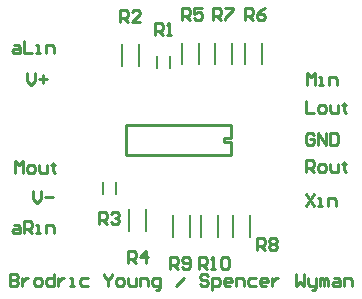
<source format=gto>
G04*
G04 #@! TF.GenerationSoftware,Altium Limited,Altium Designer,24.9.1 (31)*
G04*
G04 Layer_Color=65535*
%FSLAX44Y44*%
%MOMM*%
G71*
G04*
G04 #@! TF.SameCoordinates,199308C6-6F5E-48ED-9931-2BF6940419F3*
G04*
G04*
G04 #@! TF.FilePolarity,Positive*
G04*
G01*
G75*
%ADD10C,0.2540*%
%ADD11C,0.1524*%
D10*
X127000Y142240D02*
X215900D01*
X127000Y116840D02*
Y142240D01*
Y116840D02*
X215900D01*
Y127952D01*
X210345D02*
X215900D01*
X210345D02*
Y131128D01*
X215900D01*
Y142240D01*
X29210Y16082D02*
Y5926D01*
X34288D01*
X35981Y7618D01*
Y9311D01*
X34288Y11004D01*
X29210D01*
X34288D01*
X35981Y12697D01*
Y14389D01*
X34288Y16082D01*
X29210D01*
X39367Y12697D02*
Y5926D01*
Y9311D01*
X41059Y11004D01*
X42752Y12697D01*
X44445D01*
X51216Y5926D02*
X54602D01*
X56295Y7618D01*
Y11004D01*
X54602Y12697D01*
X51216D01*
X49523Y11004D01*
Y7618D01*
X51216Y5926D01*
X66451Y16082D02*
Y5926D01*
X61373D01*
X59680Y7618D01*
Y11004D01*
X61373Y12697D01*
X66451D01*
X69837D02*
Y5926D01*
Y9311D01*
X71530Y11004D01*
X73222Y12697D01*
X74915D01*
X79994Y5926D02*
X83379D01*
X81686D01*
Y12697D01*
X79994D01*
X95229D02*
X90150D01*
X88458Y11004D01*
Y7618D01*
X90150Y5926D01*
X95229D01*
X108771Y16082D02*
Y14389D01*
X112157Y11004D01*
X115542Y14389D01*
Y16082D01*
X112157Y11004D02*
Y5926D01*
X120620D02*
X124006D01*
X125699Y7618D01*
Y11004D01*
X124006Y12697D01*
X120620D01*
X118928Y11004D01*
Y7618D01*
X120620Y5926D01*
X129085Y12697D02*
Y7618D01*
X130777Y5926D01*
X135856D01*
Y12697D01*
X139241Y5926D02*
Y12697D01*
X144319D01*
X146012Y11004D01*
Y5926D01*
X152783Y2540D02*
X154476D01*
X156169Y4233D01*
Y12697D01*
X151091D01*
X149398Y11004D01*
Y7618D01*
X151091Y5926D01*
X156169D01*
X169711D02*
X176483Y12697D01*
X196796Y14389D02*
X195103Y16082D01*
X191718D01*
X190025Y14389D01*
Y12697D01*
X191718Y11004D01*
X195103D01*
X196796Y9311D01*
Y7618D01*
X195103Y5926D01*
X191718D01*
X190025Y7618D01*
X200182Y2540D02*
Y12697D01*
X205260D01*
X206953Y11004D01*
Y7618D01*
X205260Y5926D01*
X200182D01*
X215417D02*
X212031D01*
X210338Y7618D01*
Y11004D01*
X212031Y12697D01*
X215417D01*
X217109Y11004D01*
Y9311D01*
X210338D01*
X220495Y5926D02*
Y12697D01*
X225573D01*
X227266Y11004D01*
Y5926D01*
X237423Y12697D02*
X232344D01*
X230652Y11004D01*
Y7618D01*
X232344Y5926D01*
X237423D01*
X245887D02*
X242501D01*
X240808Y7618D01*
Y11004D01*
X242501Y12697D01*
X245887D01*
X247579Y11004D01*
Y9311D01*
X240808D01*
X250965Y12697D02*
Y5926D01*
Y9311D01*
X252658Y11004D01*
X254351Y12697D01*
X256043D01*
X271279Y16082D02*
Y5926D01*
X274664Y9311D01*
X278050Y5926D01*
Y16082D01*
X281435Y12697D02*
Y7618D01*
X283128Y5926D01*
X288206D01*
Y4233D01*
X286514Y2540D01*
X284821D01*
X288206Y5926D02*
Y12697D01*
X291592Y5926D02*
Y12697D01*
X293285D01*
X294978Y11004D01*
Y5926D01*
Y11004D01*
X296670Y12697D01*
X298363Y11004D01*
Y5926D01*
X303442Y12697D02*
X306827D01*
X308520Y11004D01*
Y5926D01*
X303442D01*
X301749Y7618D01*
X303442Y9311D01*
X308520D01*
X311905Y5926D02*
Y12697D01*
X316984D01*
X318677Y11004D01*
Y5926D01*
X32173Y209971D02*
X35558D01*
X37251Y208278D01*
Y203200D01*
X32173D01*
X30480Y204893D01*
X32173Y206586D01*
X37251D01*
X40637Y213357D02*
Y203200D01*
X47408D01*
X50793D02*
X54179D01*
X52486D01*
Y209971D01*
X50793D01*
X59257Y203200D02*
Y209971D01*
X64336D01*
X66028Y208278D01*
Y203200D01*
X43180Y186687D02*
Y179916D01*
X46566Y176530D01*
X49951Y179916D01*
Y186687D01*
X53337Y181608D02*
X60108D01*
X56722Y184994D02*
Y178223D01*
X48260Y86357D02*
Y79586D01*
X51646Y76200D01*
X55031Y79586D01*
Y86357D01*
X58417Y81278D02*
X65188D01*
X33020Y101600D02*
Y111757D01*
X36406Y108371D01*
X39791Y111757D01*
Y101600D01*
X44869D02*
X48255D01*
X49948Y103293D01*
Y106678D01*
X48255Y108371D01*
X44869D01*
X43177Y106678D01*
Y103293D01*
X44869Y101600D01*
X53333Y108371D02*
Y103293D01*
X55026Y101600D01*
X60105D01*
Y108371D01*
X65183Y110064D02*
Y108371D01*
X63490D01*
X66876D01*
X65183D01*
Y103293D01*
X66876Y101600D01*
X32173Y57571D02*
X35558D01*
X37251Y55878D01*
Y50800D01*
X32173D01*
X30480Y52493D01*
X32173Y54186D01*
X37251D01*
X40637Y50800D02*
Y60957D01*
X45715D01*
X47408Y59264D01*
Y55878D01*
X45715Y54186D01*
X40637D01*
X44022D02*
X47408Y50800D01*
X50793D02*
X54179D01*
X52486D01*
Y57571D01*
X50793D01*
X59257Y50800D02*
Y57571D01*
X64336D01*
X66028Y55878D01*
Y50800D01*
X280416Y176259D02*
Y186416D01*
X283802Y183031D01*
X287187Y186416D01*
Y176259D01*
X290573D02*
X293958D01*
X292265D01*
Y183031D01*
X290573D01*
X299037Y176259D02*
Y183031D01*
X304115D01*
X305808Y181338D01*
Y176259D01*
X279654Y162540D02*
Y152383D01*
X286425D01*
X291504D02*
X294889D01*
X296582Y154076D01*
Y157462D01*
X294889Y159155D01*
X291504D01*
X289811Y157462D01*
Y154076D01*
X291504Y152383D01*
X299967Y159155D02*
Y154076D01*
X301660Y152383D01*
X306739D01*
Y159155D01*
X311817Y160847D02*
Y159155D01*
X310124D01*
X313510D01*
X311817D01*
Y154076D01*
X313510Y152383D01*
X286425Y134177D02*
X284732Y135870D01*
X281347D01*
X279654Y134177D01*
Y127406D01*
X281347Y125714D01*
X284732D01*
X286425Y127406D01*
Y130792D01*
X283040D01*
X289811Y125714D02*
Y135870D01*
X296582Y125714D01*
Y135870D01*
X299967D02*
Y125714D01*
X305046D01*
X306739Y127406D01*
Y134177D01*
X305046Y135870D01*
X299967D01*
X279654Y102853D02*
Y113010D01*
X284732D01*
X286425Y111317D01*
Y107932D01*
X284732Y106239D01*
X279654D01*
X283040D02*
X286425Y102853D01*
X291504D02*
X294889D01*
X296582Y104546D01*
Y107932D01*
X294889Y109625D01*
X291504D01*
X289811Y107932D01*
Y104546D01*
X291504Y102853D01*
X299967Y109625D02*
Y104546D01*
X301660Y102853D01*
X306739D01*
Y109625D01*
X311817Y111317D02*
Y109625D01*
X310124D01*
X313510D01*
X311817D01*
Y104546D01*
X313510Y102853D01*
X279908Y83800D02*
X286679Y73643D01*
Y83800D02*
X279908Y73643D01*
X290065D02*
X293450D01*
X291758D01*
Y80415D01*
X290065D01*
X298529Y73643D02*
Y80415D01*
X303607D01*
X305300Y78722D01*
Y73643D01*
X227756Y231142D02*
Y241298D01*
X232834D01*
X234527Y239606D01*
Y236220D01*
X232834Y234527D01*
X227756D01*
X231142D02*
X234527Y231142D01*
X244684Y241298D02*
X241298Y239606D01*
X237913Y236220D01*
Y232834D01*
X239606Y231142D01*
X242991D01*
X244684Y232834D01*
Y234527D01*
X242991Y236220D01*
X237913D01*
X189234Y20322D02*
Y30478D01*
X194312D01*
X196005Y28786D01*
Y25400D01*
X194312Y23707D01*
X189234D01*
X192620D02*
X196005Y20322D01*
X199391D02*
X202776D01*
X201084D01*
Y30478D01*
X199391Y28786D01*
X207855D02*
X209548Y30478D01*
X212933D01*
X214626Y28786D01*
Y22014D01*
X212933Y20322D01*
X209548D01*
X207855Y22014D01*
Y28786D01*
X201086Y231142D02*
Y241298D01*
X206164D01*
X207857Y239606D01*
Y236220D01*
X206164Y234527D01*
X201086D01*
X204472D02*
X207857Y231142D01*
X211243Y241298D02*
X218014D01*
Y239606D01*
X211243Y232834D01*
Y231142D01*
X174416D02*
Y241298D01*
X179494D01*
X181187Y239606D01*
Y236220D01*
X179494Y234527D01*
X174416D01*
X177802D02*
X181187Y231142D01*
X191344Y241298D02*
X184573D01*
Y236220D01*
X187958Y237913D01*
X189651D01*
X191344Y236220D01*
Y232834D01*
X189651Y231142D01*
X186266D01*
X184573Y232834D01*
X237916Y36832D02*
Y46988D01*
X242994D01*
X244687Y45296D01*
Y41910D01*
X242994Y40217D01*
X237916D01*
X241302D02*
X244687Y36832D01*
X248073Y45296D02*
X249766Y46988D01*
X253151D01*
X254844Y45296D01*
Y43603D01*
X253151Y41910D01*
X254844Y40217D01*
Y38524D01*
X253151Y36832D01*
X249766D01*
X248073Y38524D01*
Y40217D01*
X249766Y41910D01*
X248073Y43603D01*
Y45296D01*
X249766Y41910D02*
X253151D01*
X104566Y58422D02*
Y68578D01*
X109644D01*
X111337Y66886D01*
Y63500D01*
X109644Y61807D01*
X104566D01*
X107952D02*
X111337Y58422D01*
X114723Y66886D02*
X116416Y68578D01*
X119801D01*
X121494Y66886D01*
Y65193D01*
X119801Y63500D01*
X118108D01*
X119801D01*
X121494Y61807D01*
Y60114D01*
X119801Y58422D01*
X116416D01*
X114723Y60114D01*
X151979Y218442D02*
Y228598D01*
X157057D01*
X158750Y226906D01*
Y223520D01*
X157057Y221827D01*
X151979D01*
X155364D02*
X158750Y218442D01*
X162136D02*
X165521D01*
X163828D01*
Y228598D01*
X162136Y226906D01*
X128696Y25402D02*
Y35558D01*
X133774D01*
X135467Y33866D01*
Y30480D01*
X133774Y28787D01*
X128696D01*
X132082D02*
X135467Y25402D01*
X143931D02*
Y35558D01*
X138853Y30480D01*
X145624D01*
X164256Y20322D02*
Y30478D01*
X169334D01*
X171027Y28786D01*
Y25400D01*
X169334Y23707D01*
X164256D01*
X167642D02*
X171027Y20322D01*
X174413Y22014D02*
X176106Y20322D01*
X179491D01*
X181184Y22014D01*
Y28786D01*
X179491Y30478D01*
X176106D01*
X174413Y28786D01*
Y27093D01*
X176106Y25400D01*
X181184D01*
X122346Y229872D02*
Y240028D01*
X127424D01*
X129117Y238336D01*
Y234950D01*
X127424Y233257D01*
X122346D01*
X125732D02*
X129117Y229872D01*
X139274D02*
X132503D01*
X139274Y236643D01*
Y238336D01*
X137581Y240028D01*
X134196D01*
X132503Y238336D01*
D11*
X242062Y194183D02*
Y212217D01*
X227838Y194183D02*
Y212217D01*
X205232Y48133D02*
Y66167D01*
X191008Y48133D02*
Y66167D01*
X202438Y194183D02*
Y212217D01*
X216662Y194183D02*
Y212217D01*
X174498Y194183D02*
Y212217D01*
X188722Y194183D02*
Y212217D01*
X231902Y48133D02*
Y66167D01*
X217678Y48133D02*
Y66167D01*
X107442Y83820D02*
Y93980D01*
X118618Y83820D02*
Y93980D01*
X153162Y190500D02*
Y200660D01*
X164338Y190500D02*
Y200660D01*
X144272Y53213D02*
Y71247D01*
X130048Y53213D02*
Y71247D01*
X166878Y48133D02*
Y66167D01*
X181102Y48133D02*
Y66167D01*
X137922Y192913D02*
Y210947D01*
X123698Y192913D02*
Y210947D01*
M02*

</source>
